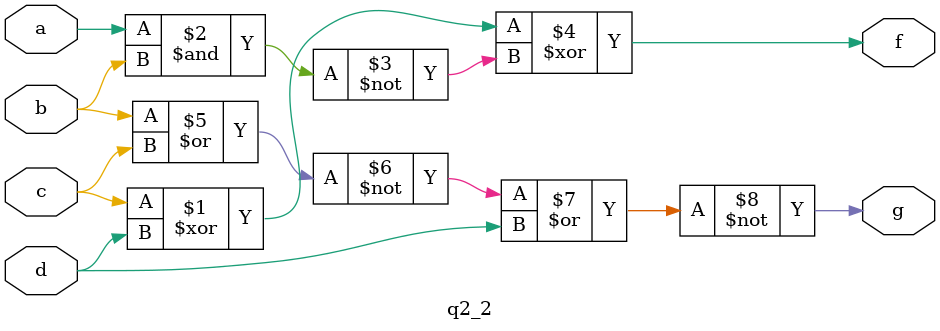
<source format=v>
module q2_2(a, b, c, d, f, g);

	input a, b, c, d;
	output f, g;
	
	assign f = (c ^ d ^ (a ~& b));
	assign g = (b ~| c ~| d);

endmodule
</source>
